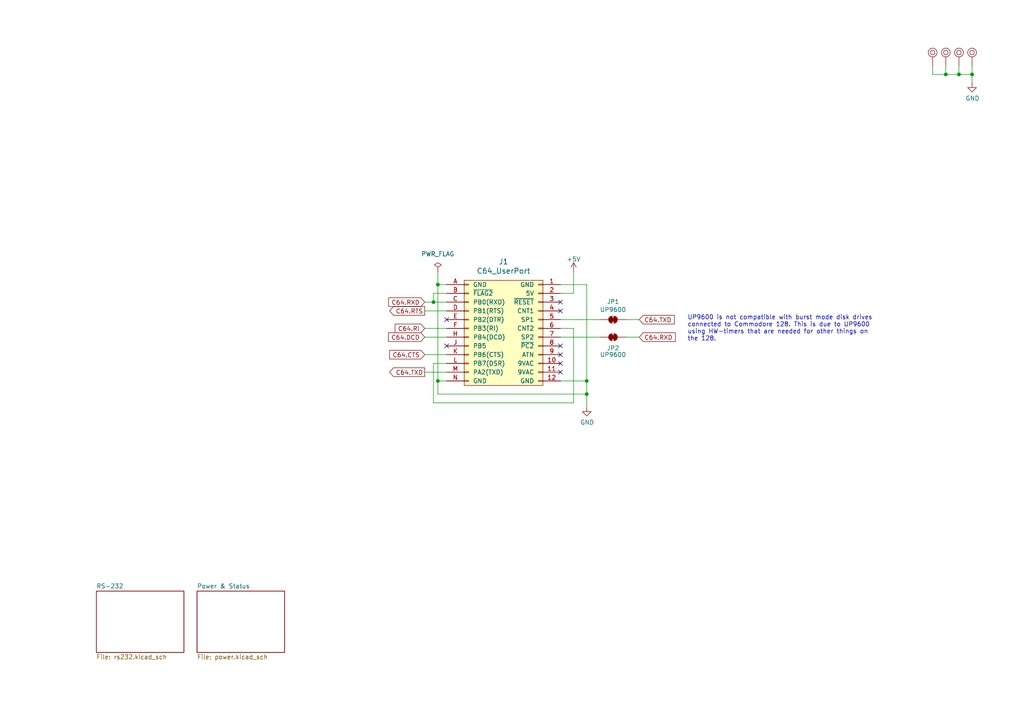
<source format=kicad_sch>
(kicad_sch (version 20231120) (generator "eeschema") (generator_version "8.0")
  (paper "A4")
  (title_block (title "BulkyModem (C64 RS-232 Adapter)") (rev "A") (comment 3 "port to standard RS-232. Apart from TX/RX, the remaining signals are inverted.") (comment 4 "Not actually just for BulkyModem, it is more a general adapter that converts the serial"))
  (lib_symbols
    (symbol "Jumper:SolderJumper_2_Bridged" (pin_numbers hide) (pin_names (offset 0) hide) (exclude_from_sim yes) (in_bom no)
      (property "Reference" "JP" (at 0 2.032 0))
      (property "Value" "SolderJumper_2_Bridged" (at 0 -2.54 0))
      (symbol "SolderJumper_2_Bridged_0_1"
        (rectangle (start -0.508 0.508) (end 0.508 -0.508) (fill (type outline)))
        (arc (start -0.254 1.016) (mid -1.2656 0) (end -0.254 -1.016))
        (arc (start -0.254 1.016) (mid -1.2656 0) (end -0.254 -1.016) (fill (type outline)))
        (polyline (pts (xy -0.254 1.016) (xy -0.254 -1.016)))
        (polyline (pts (xy 0.254 1.016) (xy 0.254 -1.016)))
        (arc (start 0.254 -1.016) (mid 1.2656 0) (end 0.254 1.016))
        (arc (start 0.254 -1.016) (mid 1.2656 0) (end 0.254 1.016) (fill (type outline)))
      )
      (symbol "SolderJumper_2_Bridged_1_1"
        (pin passive line (at -3.81 0 0) (length 2.54) (name "A") (number "1"))
        (pin passive line (at 3.81 0 180) (length 2.54) (name "B") (number "2"))
      )
    )
    (symbol "c64_user_port:C64_User_Port_Serial" (pin_names (offset 2.54))
      (property "Reference" "J" (at -10.16 17.145 0))
      (property "Value" "C64_User_Port_Serial" (at 0 -17.145 0))
      (symbol "C64_User_Port_Serial_0_1"
        (rectangle (start -11.43 15.24) (end 11.43 -15.24) (fill (type background)))
      )
      (symbol "C64_User_Port_Serial_1_1"
        (rectangle (start -11.43 -13.843) (end -10.16 -14.097) (stroke (width 0.1524)))
        (rectangle (start -11.43 -11.303) (end -10.16 -11.557) (stroke (width 0.1524)))
        (rectangle (start -11.43 -8.763) (end -10.16 -9.017) (stroke (width 0.1524)))
        (rectangle (start -11.43 -6.223) (end -10.16 -6.477) (stroke (width 0.1524)))
        (rectangle (start -11.43 -3.683) (end -10.16 -3.937) (stroke (width 0.1524)))
        (rectangle (start -11.43 -1.143) (end -10.16 -1.397) (stroke (width 0.1524)))
        (rectangle (start -11.43 1.397) (end -10.16 1.143) (stroke (width 0.1524)))
        (rectangle (start -11.43 3.937) (end -10.16 3.683) (stroke (width 0.1524)))
        (rectangle (start -11.43 6.477) (end -10.16 6.223) (stroke (width 0.1524)))
        (rectangle (start -11.43 9.017) (end -10.16 8.763) (stroke (width 0.1524)))
        (rectangle (start -11.43 11.557) (end -10.16 11.303) (stroke (width 0.1524)))
        (rectangle (start -11.43 14.097) (end -10.16 13.843) (stroke (width 0.1524)))
        (rectangle (start 10.16 -13.843) (end 11.43 -14.097) (stroke (width 0.1524)))
        (rectangle (start 10.16 -11.303) (end 11.43 -11.557) (stroke (width 0.1524)))
        (rectangle (start 10.16 -8.763) (end 11.43 -9.017) (stroke (width 0.1524)))
        (rectangle (start 10.16 -6.223) (end 11.43 -6.477) (stroke (width 0.1524)))
        (rectangle (start 10.16 -3.683) (end 11.43 -3.937) (stroke (width 0.1524)))
        (rectangle (start 10.16 -1.143) (end 11.43 -1.397) (stroke (width 0.1524)))
        (rectangle (start 10.16 1.397) (end 11.43 1.143) (stroke (width 0.1524)))
        (rectangle (start 10.16 3.937) (end 11.43 3.683) (stroke (width 0.1524)))
        (rectangle (start 10.16 6.477) (end 11.43 6.223) (stroke (width 0.1524)))
        (rectangle (start 10.16 9.017) (end 11.43 8.763) (stroke (width 0.1524)))
        (rectangle (start 10.16 11.557) (end 11.43 11.303) (stroke (width 0.1524)))
        (rectangle (start 10.16 14.097) (end 11.43 13.843) (stroke (width 0.1524)))
        (pin passive line (at 16.51 13.97 180) (length 5.08) (name "GND") (number "1"))
        (pin power_out line (at 16.51 -8.89 180) (length 5.08) (name "9VAC") (number "10"))
        (pin power_out line (at 16.51 -11.43 180) (length 5.08) (name "9VAC") (number "11"))
        (pin passive line (at 16.51 -13.97 180) (length 5.08) (name "GND") (number "12"))
        (pin power_out line (at 16.51 11.43 180) (length 5.08) (name "5V") (number "2"))
        (pin bidirectional line (at 16.51 8.89 180) (length 5.08) (name "~{RESET}") (number "3"))
        (pin input line (at 16.51 6.35 180) (length 5.08) (name "CNT1") (number "4"))
        (pin passive line (at 16.51 3.81 180) (length 5.08) (name "SP1") (number "5"))
        (pin input line (at 16.51 1.27 180) (length 5.08) (name "CNT2") (number "6"))
        (pin passive line (at 16.51 -1.27 180) (length 5.08) (name "SP2") (number "7"))
        (pin input line (at 16.51 -3.81 180) (length 5.08) (name "~{PC2}") (number "8"))
        (pin output line (at 16.51 -6.35 180) (length 5.08) (name "ATN") (number "9"))
        (pin passive line (at -16.51 13.97 0) (length 5.08) (name "GND") (number "A"))
        (pin passive line (at -16.51 11.43 0) (length 5.08) (name "~{FLAG2}") (number "B"))
        (pin input line (at -16.51 8.89 0) (length 5.08) (name "PB0(RXD)") (number "C"))
        (pin output line (at -16.51 6.35 0) (length 5.08) (name "PB1(RTS)") (number "D"))
        (pin bidirectional line (at -16.51 3.81 0) (length 5.08) (name "PB2(DTR)") (number "E"))
        (pin input line (at -16.51 1.27 0) (length 5.08) (name "PB3(RI)") (number "F"))
        (pin input line (at -16.51 -1.27 0) (length 5.08) (name "PB4(DCD)") (number "H"))
        (pin bidirectional line (at -16.51 -3.81 0) (length 5.08) (name "PB5") (number "J"))
        (pin input line (at -16.51 -6.35 0) (length 5.08) (name "PB6(CTS)") (number "K"))
        (pin bidirectional line (at -16.51 -8.89 0) (length 5.08) (name "PB7(DSR)") (number "L"))
        (pin output line (at -16.51 -11.43 0) (length 5.08) (name "PA2(TXD)") (number "M"))
        (pin passive line (at -16.51 -13.97 0) (length 5.08) (name "GND") (number "N"))
      )
    )
    (symbol "mounting:Mounting_Pin" (pin_numbers hide) (pin_names (offset 0) hide)
      (symbol "Mounting_Pin_0_1"
        (circle (center 0 0) (radius 0.635))
        (circle (center 0 0) (radius 1.27))
      )
      (symbol "Mounting_Pin_1_1"
        (pin passive line (at 0 -3.81 90) (length 2.54) (name "~") (number "1"))
      )
    )
    (symbol "power:+5V" (power) (pin_numbers hide) (pin_names (offset 0) hide)
      (property "Value" "+5V" (at 0 3.556 0))
      (symbol "+5V_0_1"
        (polyline (pts (xy -0.762 1.27) (xy 0 2.54)))
        (polyline (pts (xy 0 0) (xy 0 2.54)))
        (polyline (pts (xy 0 2.54) (xy 0.762 1.27)))
      )
      (symbol "+5V_1_1"
        (pin power_in line (at 0 0 90) (length 0) (name "~") (number "1"))
      )
    )
    (symbol "power:GND" (power) (pin_numbers hide) (pin_names (offset 0) hide)
      (property "Value" "GND" (at 0 -3.81 0))
      (symbol "GND_0_1"
        (polyline (pts (xy 0 0) (xy 0 -1.27) (xy 1.27 -1.27) (xy 0 -2.54) (xy -1.27 -1.27) (xy 0 -1.27)))
      )
      (symbol "GND_1_1"
        (pin power_in line (at 0 0 270) (length 0) (name "~") (number "1"))
      )
    )
    (symbol "power:PWR_FLAG" (power) (pin_numbers hide) (pin_names (offset 0) hide)
      (property "Value" "PWR_FLAG" (at 0 3.81 0))
      (symbol "PWR_FLAG_0_0"
        (pin power_out line (at 0 0 90) (length 0) (name "~") (number "1"))
      )
      (symbol "PWR_FLAG_0_1"
        (polyline (pts (xy 0 0) (xy 0 1.27) (xy -1.016 1.905) (xy 0 2.54) (xy 1.016 1.905) (xy 0 1.27)))
      )
    )
  )
  (junction (at 125.73 87.63))
  (junction (at 127 82.55))
  (junction (at 170.18 114.3))
  (junction (at 127 110.49))
  (junction (at 274.32 21.59))
  (junction (at 281.94 21.59))
  (junction (at 170.18 110.49))
  (junction (at 278.13 21.59))
  (no_connect (at 129.54 100.33))
  (no_connect (at 162.56 102.87))
  (no_connect (at 162.56 107.95))
  (no_connect (at 162.56 100.33))
  (no_connect (at 162.56 87.63))
  (no_connect (at 162.56 90.17))
  (no_connect (at 162.56 105.41))
  (no_connect (at 129.54 92.71))
  (wire (pts (xy 162.56 82.55) (xy 170.18 82.55)))
  (wire (pts (xy 125.73 87.63) (xy 123.19 87.63)))
  (wire (pts (xy 127 78.74) (xy 127 82.55)))
  (wire (pts (xy 129.54 95.25) (xy 123.19 95.25)))
  (wire (pts (xy 278.13 19.05) (xy 278.13 21.59)))
  (wire (pts (xy 129.54 105.41) (xy 125.73 105.41)))
  (wire (pts (xy 166.37 78.74) (xy 166.37 85.09)))
  (wire (pts (xy 125.73 87.63) (xy 129.54 87.63)))
  (wire (pts (xy 274.32 19.05) (xy 274.32 21.59)))
  (wire (pts (xy 127 82.55) (xy 127 110.49)))
  (wire (pts (xy 270.51 21.59) (xy 274.32 21.59)))
  (wire (pts (xy 170.18 110.49) (xy 170.18 114.3)))
  (wire (pts (xy 274.32 21.59) (xy 278.13 21.59)))
  (wire (pts (xy 125.73 85.09) (xy 129.54 85.09)))
  (wire (pts (xy 270.51 19.05) (xy 270.51 21.59)))
  (wire (pts (xy 123.19 107.95) (xy 129.54 107.95)))
  (wire (pts (xy 123.19 90.17) (xy 129.54 90.17)))
  (wire (pts (xy 129.54 110.49) (xy 127 110.49)))
  (wire (pts (xy 125.73 105.41) (xy 125.73 116.84)))
  (wire (pts (xy 127 114.3) (xy 170.18 114.3)))
  (wire (pts (xy 123.19 102.87) (xy 129.54 102.87)))
  (wire (pts (xy 127 110.49) (xy 127 114.3)))
  (wire (pts (xy 181.61 97.79) (xy 185.42 97.79)))
  (wire (pts (xy 129.54 82.55) (xy 127 82.55)))
  (wire (pts (xy 281.94 21.59) (xy 281.94 19.05)))
  (wire (pts (xy 281.94 21.59) (xy 281.94 24.13)))
  (wire (pts (xy 162.56 92.71) (xy 173.99 92.71)))
  (wire (pts (xy 123.19 97.79) (xy 129.54 97.79)))
  (wire (pts (xy 125.73 116.84) (xy 166.37 116.84)))
  (wire (pts (xy 166.37 95.25) (xy 162.56 95.25)))
  (wire (pts (xy 125.73 85.09) (xy 125.73 87.63)))
  (wire (pts (xy 162.56 85.09) (xy 166.37 85.09)))
  (wire (pts (xy 170.18 114.3) (xy 170.18 118.11)))
  (wire (pts (xy 162.56 110.49) (xy 170.18 110.49)))
  (wire (pts (xy 170.18 82.55) (xy 170.18 110.49)))
  (wire (pts (xy 166.37 95.25) (xy 166.37 116.84)))
  (wire (pts (xy 278.13 21.59) (xy 281.94 21.59)))
  (wire (pts (xy 181.61 92.71) (xy 185.42 92.71)))
  (wire (pts (xy 162.56 97.79) (xy 173.99 97.79)))
  (text "UP9600 is not compatible with burst mode disk drives\nconnected to Commodore 128. This is due to UP9600\nusing HW-timers that are needed for other things on\nthe 128." (at 199.39 95.25 0) (effects (font (size 1.27 1.27)) (justify left)))
  (global_label "C64.DCD" (shape input) (at 123.19 97.79 180) (property "Intersheetrefs" "${INTERSHEET_REFS}" (effects (hide yes))))
  (global_label "C64.RI" (shape input) (at 123.19 95.25 180) (property "Intersheetrefs" "${INTERSHEET_REFS}" (effects (hide yes))))
  (global_label "C64.RTS" (shape output) (at 123.19 90.17 180) (property "Intersheetrefs" "${INTERSHEET_REFS}" (effects (hide yes))))
  (global_label "C64.TXD" (shape output) (at 123.19 107.95 180) (property "Intersheetrefs" "${INTERSHEET_REFS}" (effects (hide yes))))
  (global_label "C64.RXD" (shape input) (at 185.42 97.79 0) (property "Intersheetrefs" "${INTERSHEET_REFS}" (effects (hide yes))))
  (global_label "C64.CTS" (shape input) (at 123.19 102.87 180) (property "Intersheetrefs" "${INTERSHEET_REFS}" (effects (hide yes))))
  (global_label "C64.RXD" (shape input) (at 123.19 87.63 180) (property "Intersheetrefs" "${INTERSHEET_REFS}" (effects (hide yes))))
  (global_label "C64.TXD" (shape input) (at 185.42 92.71 0) (property "Intersheetrefs" "${INTERSHEET_REFS}" (effects (hide yes))))
  (symbol (lib_id "c64_user_port:C64_User_Port_Serial") (at 146.05 96.52 0) (unit 1)
    (property "Reference" "J1" (at 146.05 75.8952 0) (effects (font (size 1.524 1.524))))
    (property "Value" "C64_UserPort" (at 146.05 78.5876 0) (effects (font (size 1.524 1.524))))
    (property "Footprint" "C64_User_Port:C64_User-Port" (effects (hide yes)))
  )
  (symbol (lib_id "power:GND") (at 170.18 118.11 0) (unit 1)
    (property "Reference" "#PWR0101" (effects (hide yes)))
    (property "Value" "GND" (at 170.307 122.5042 0))
  )
  (symbol (lib_id "mounting:Mounting_Pin") (at 270.51 15.24 0) (unit 1)
    (property "Reference" "M1" (effects (hide yes)))
    (property "Value" "Mounting" (effects (hide yes)))
    (property "Footprint" "mounting:M3_pin" (effects (hide yes)))
    (property "Description" "Generic connector, single row, 01x01" (effects (hide yes)))
  )
  (symbol (lib_id "mounting:Mounting_Pin") (at 274.32 15.24 0) (unit 1)
    (property "Reference" "M2" (effects (hide yes)))
    (property "Value" "Mounting" (effects (hide yes)))
    (property "Footprint" "mounting:M3_pin" (effects (hide yes)))
    (property "Description" "Generic connector, single row, 01x01" (effects (hide yes)))
  )
  (symbol (lib_id "mounting:Mounting_Pin") (at 278.13 15.24 0) (unit 1)
    (property "Reference" "M3" (effects (hide yes)))
    (property "Value" "Mounting" (effects (hide yes)))
    (property "Footprint" "mounting:M3_pin" (effects (hide yes)))
    (property "Description" "Generic connector, single row, 01x01" (effects (hide yes)))
  )
  (symbol (lib_id "mounting:Mounting_Pin") (at 281.94 15.24 0) (unit 1)
    (property "Reference" "M4" (effects (hide yes)))
    (property "Value" "Mounting" (effects (hide yes)))
    (property "Footprint" "mounting:M3_pin" (effects (hide yes)))
    (property "Description" "Generic connector, single row, 01x01" (effects (hide yes)))
  )
  (symbol (lib_id "Jumper:SolderJumper_2_Bridged") (at 177.8 92.71 0) (unit 1)
    (property "Reference" "JP1" (at 177.8 87.503 0))
    (property "Value" "UP9600" (at 177.8 89.8144 0))
    (property "Footprint" "Connector_PinHeader_2.54mm:PinHeader_1x02_P2.54mm_Vertical" (effects (hide yes)))
  )
  (symbol (lib_id "Jumper:SolderJumper_2_Bridged") (at 177.8 97.79 0) (unit 1)
    (property "Reference" "JP2" (at 177.8 100.965 0))
    (property "Value" "UP9600" (at 177.8 102.87 0))
    (property "Footprint" "Connector_PinHeader_2.54mm:PinHeader_1x02_P2.54mm_Vertical" (effects (hide yes)))
  )
  (symbol (lib_id "power:GND") (at 281.94 24.13 0) (unit 1)
    (property "Reference" "#PWR08" (effects (hide yes)))
    (property "Value" "GND" (at 282.067 28.5242 0))
  )
  (symbol (lib_id "power:PWR_FLAG") (at 127 78.74 0) (unit 1)
    (property "Reference" "#FLG01" (effects (hide yes)))
    (property "Value" "PWR_FLAG" (at 127 73.66 0))
    (property "Description" "Special symbol for telling ERC where power comes from" (effects (hide yes)))
  )
  (symbol (lib_id "power:+5V") (at 166.37 78.74 0) (unit 1)
    (property "Reference" "#PWR015" (effects (hide yes)))
    (property "Value" "+5V" (at 166.37 75.184 0))
    (property "Description" "Power symbol creates a global label with name \"+5V\"" (effects (hide yes)))
  )
  (sheet (at 57.15 171.45) (size 25.4 17.78) (stroke (width 0.1524))
    (property "Sheetname" "Power & Status" (at 57.15 170.7384 0) (effects (justify left bottom)))
    (property "Sheetfile" "power.kicad_sch" (at 57.15 189.8146 0) (effects (justify left top)))
  )
  (sheet (at 27.94 171.45) (size 25.4 17.78) (stroke (width 0.1524))
    (property "Sheetname" "RS-232" (at 27.94 170.7384 0) (effects (justify left bottom)))
    (property "Sheetfile" "rs232.kicad_sch" (at 27.94 189.8146 0) (effects (justify left top)))
  )
)
</source>
